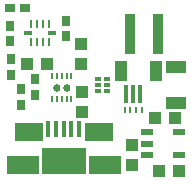
<source format=gtp>
G04 DipTrace 2.4.0.2*
%INUSBBiPower3.gtp*%
%MOIN*%
%ADD27R,0.0394X0.0433*%
%ADD28R,0.0433X0.0394*%
%ADD29R,0.0276X0.0354*%
%ADD30R,0.0354X0.0276*%
%ADD32R,0.0276X0.013*%
%ADD33R,0.011X0.0276*%
%ADD34R,0.0094X0.0276*%
%ADD38O,0.0247X0.0248*%
%ADD39R,0.0094X0.0236*%
%ADD43R,0.0433X0.0236*%
%ADD45R,0.0157X0.0531*%
%ADD46R,0.0945X0.063*%
%ADD47R,0.1063X0.063*%
%ADD48R,0.1476X0.0906*%
%ADD50R,0.038X0.134*%
%ADD52C,0.0043*%
%ADD54R,0.0098X0.0236*%
%ADD55O,0.0098X0.0236*%
%ADD56R,0.0173X0.0646*%
%ADD57R,0.044X0.071*%
%ADD58R,0.071X0.044*%
%ADD60R,0.0205X0.0118*%
%FSLAX44Y44*%
G04*
G70*
G90*
G75*
G01*
%LNTopPaste*%
%LPD*%
D27*
X6940Y7007D3*
Y6338D3*
X6893Y8613D3*
Y7944D3*
D28*
X5096Y7938D3*
X5765D3*
X10172Y4371D3*
X9502D3*
X9369Y6130D3*
X10039D3*
D27*
X8592Y5217D3*
Y4547D3*
D29*
X6411Y8848D3*
Y9360D3*
X4918Y6577D3*
Y7088D3*
X5368Y6909D3*
Y7420D3*
X4558Y8086D3*
Y7574D3*
X4540Y9200D3*
Y8688D3*
D30*
X4535Y9790D3*
X5047D3*
D32*
X5939Y8971D3*
D33*
X5840Y9267D3*
D34*
X5644D3*
X5447D3*
D33*
X5250D3*
D32*
X5151Y8971D3*
D33*
X5250Y8676D3*
D34*
X5447D3*
X5644D3*
D33*
X5840D3*
D38*
X6102Y7146D3*
X6429Y7144D3*
D39*
X6583Y7541D3*
X6426D3*
X6268D3*
X6111D3*
X5953D3*
Y6754D3*
X6111D3*
X6268D3*
X6426D3*
X6583D3*
D43*
X9121Y5650D3*
Y5276D3*
Y4902D3*
X10184D3*
Y5650D3*
D45*
X5822Y5763D3*
X6078D3*
X6333D3*
X6589D3*
X6845D3*
D46*
X5172Y5654D3*
X7495D3*
D47*
X4965Y4572D3*
X7702D3*
D48*
X6333Y4710D3*
D50*
X9481Y8944D3*
X8551D3*
X8535Y6313D2*
D52*
G02X8535Y6313I20J0D01*
G01*
Y6467D2*
G02X8535Y6467I20J0D01*
G01*
X8732Y6313D2*
G02X8732Y6313I20J0D01*
G01*
Y6466D2*
G02X8732Y6466I20J0D01*
G01*
X8929Y6313D2*
G02X8929Y6313I20J0D01*
G01*
Y6467D2*
G02X8929Y6467I20J0D01*
G01*
D54*
X8358Y6390D3*
D55*
X8555D3*
X8751D3*
X8948D3*
D56*
X8889Y6922D3*
X8653D3*
X8417D3*
D57*
X8239Y7690D3*
X9419D3*
D58*
X10074Y7815D3*
Y6635D3*
D60*
X7463Y7417D3*
Y7220D3*
Y7024D3*
X7766D3*
Y7220D3*
Y7417D3*
M02*

</source>
